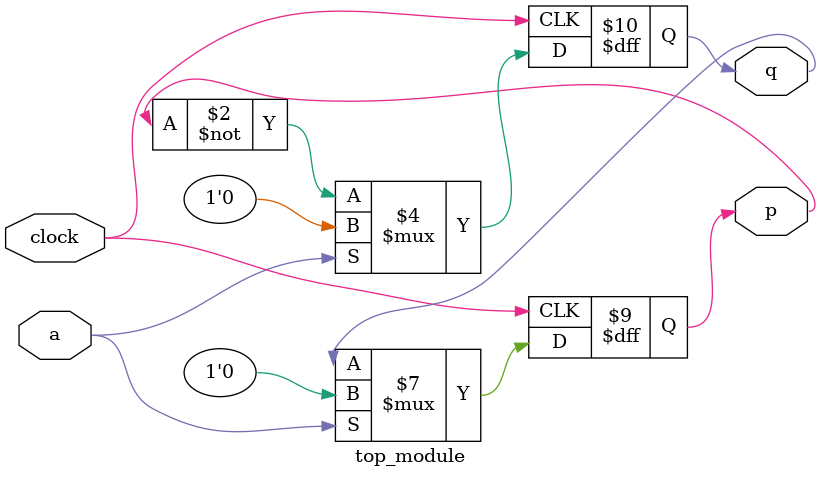
<source format=sv>
module top_module (
	input clock,
	input a, 
	output reg p,
	output reg q
);

always @(posedge clock) begin
	if (a) begin
		p <= 1'b0;
		q <= 1'b0;
	end else begin
		p <= q;
		q <= ~p;
	end
end

endmodule

</source>
